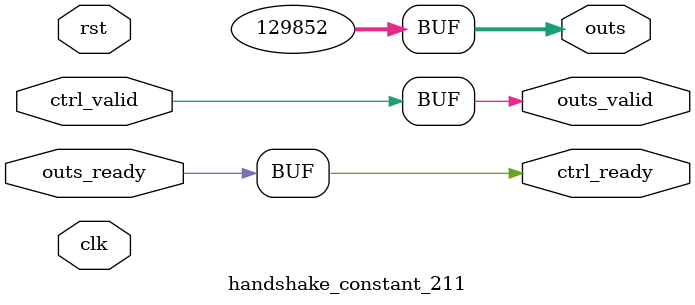
<source format=v>
`timescale 1ns / 1ps
module handshake_constant_211 #(
  parameter DATA_WIDTH = 32  // Default set to 32 bits
) (
  input                       clk,
  input                       rst,
  // Input Channel
  input                       ctrl_valid,
  output                      ctrl_ready,
  // Output Channel
  output [DATA_WIDTH - 1 : 0] outs,
  output                      outs_valid,
  input                       outs_ready
);
  assign outs       = 17'b11111101100111100;
  assign outs_valid = ctrl_valid;
  assign ctrl_ready = outs_ready;

endmodule

</source>
